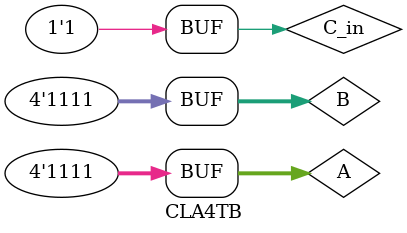
<source format=v>

`timescale 1ns / 1ps 

module CLA4TB;

reg C_in;
reg[3:0] A, B;
wire C_out;
wire[3:0] S;

 CarryLookAhead4 CLA4_1(.C_in(C_in), .A(A), .B(B), .S(S), .C_out(C_out));
 
 initial
 begin

  //case 1    
  A<=0; B<=0; C_in<=1;
  
  //case 1    
  #1 A<=6; B<=5; C_in<=0;
  
  //case 2    
  #1 A<=5; B<=5; C_in<=0;
  
  //case 3    
  #1 A<=7; B<=1; C_in<=1;
  
  //case 3    
  #1 A<=8; B<=8; C_in<=0;
  
   //case 3    
  #1 A<=15; B<=15; C_in<=0;
  
  //case 3    
  #1 A<=15; B<=15; C_in<=1;
  
  
  

 end
 endmodule
</source>
